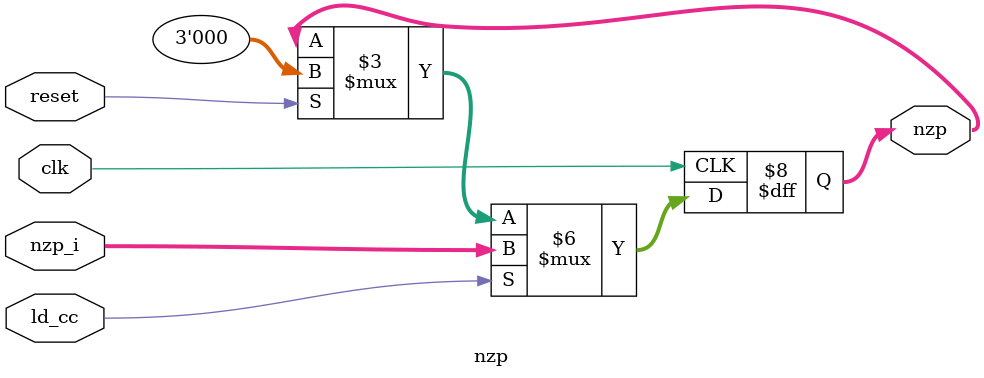
<source format=sv>
`timescale 1ns / 1ps


module nzp(
    input logic [2:0] nzp_i,
    input logic clk,
    input logic reset,
    input logic ld_cc,
    output logic [2:0] nzp
    );
    always_ff @(posedge clk) begin
        if(ld_cc) begin
            nzp <= nzp_i;
        end else if(reset) begin
            nzp <= 3'b000;
        end else begin
            nzp <= nzp;
        end
    end
endmodule

</source>
